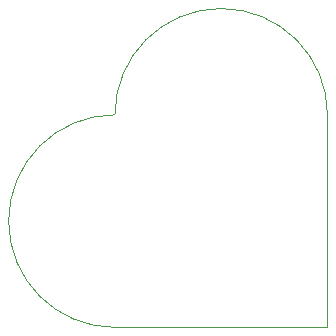
<source format=gm1>
G04 #@! TF.FileFunction,Profile,NP*
%FSLAX46Y46*%
G04 Gerber Fmt 4.6, Leading zero omitted, Abs format (unit mm)*
G04 Created by KiCad (PCBNEW 4.0.7) date 01/25/18 22:01:14*
%MOMM*%
%LPD*%
G01*
G04 APERTURE LIST*
%ADD10C,0.100000*%
G04 APERTURE END LIST*
D10*
X200820000Y-103250000D02*
X218820000Y-103250000D01*
X191820000Y-94250000D02*
G75*
G03X200820000Y-103250000I9000000J0D01*
G01*
X200820000Y-85250000D02*
G75*
G03X191820000Y-94250000I0J-9000000D01*
G01*
X209820000Y-76250000D02*
G75*
G03X200820000Y-85250000I0J-9000000D01*
G01*
X218820000Y-85250000D02*
G75*
G03X209820000Y-76250000I-9000000J0D01*
G01*
X218820000Y-103250000D02*
X218820000Y-85250000D01*
M02*

</source>
